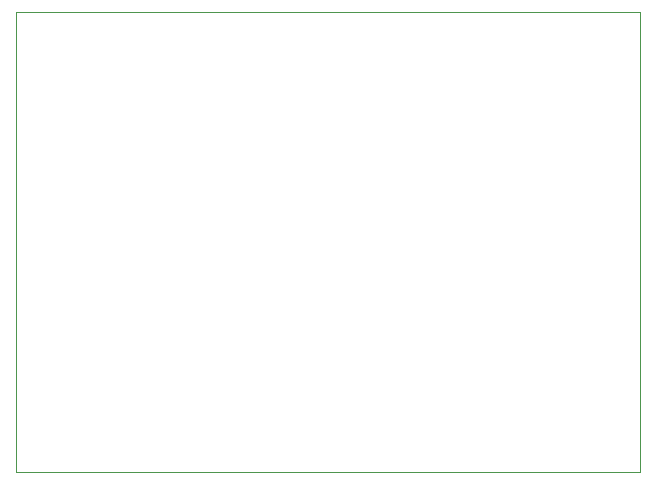
<source format=gbr>
G04 #@! TF.GenerationSoftware,KiCad,Pcbnew,8.0.4*
G04 #@! TF.CreationDate,2024-12-02T02:55:26-05:00*
G04 #@! TF.ProjectId,Quad_Diff_Out,51756164-5f44-4696-9666-5f4f75742e6b,v1*
G04 #@! TF.SameCoordinates,Original*
G04 #@! TF.FileFunction,Profile,NP*
%FSLAX46Y46*%
G04 Gerber Fmt 4.6, Leading zero omitted, Abs format (unit mm)*
G04 Created by KiCad (PCBNEW 8.0.4) date 2024-12-02 02:55:26*
%MOMM*%
%LPD*%
G01*
G04 APERTURE LIST*
G04 #@! TA.AperFunction,Profile*
%ADD10C,0.050000*%
G04 #@! TD*
G04 APERTURE END LIST*
D10*
X111000000Y-108000000D02*
X163800000Y-108000000D01*
X163800000Y-69000000D02*
X111000000Y-69000000D01*
X163800000Y-108000000D02*
X163800000Y-69000000D01*
X111000000Y-69000000D02*
X111000000Y-108000000D01*
M02*

</source>
